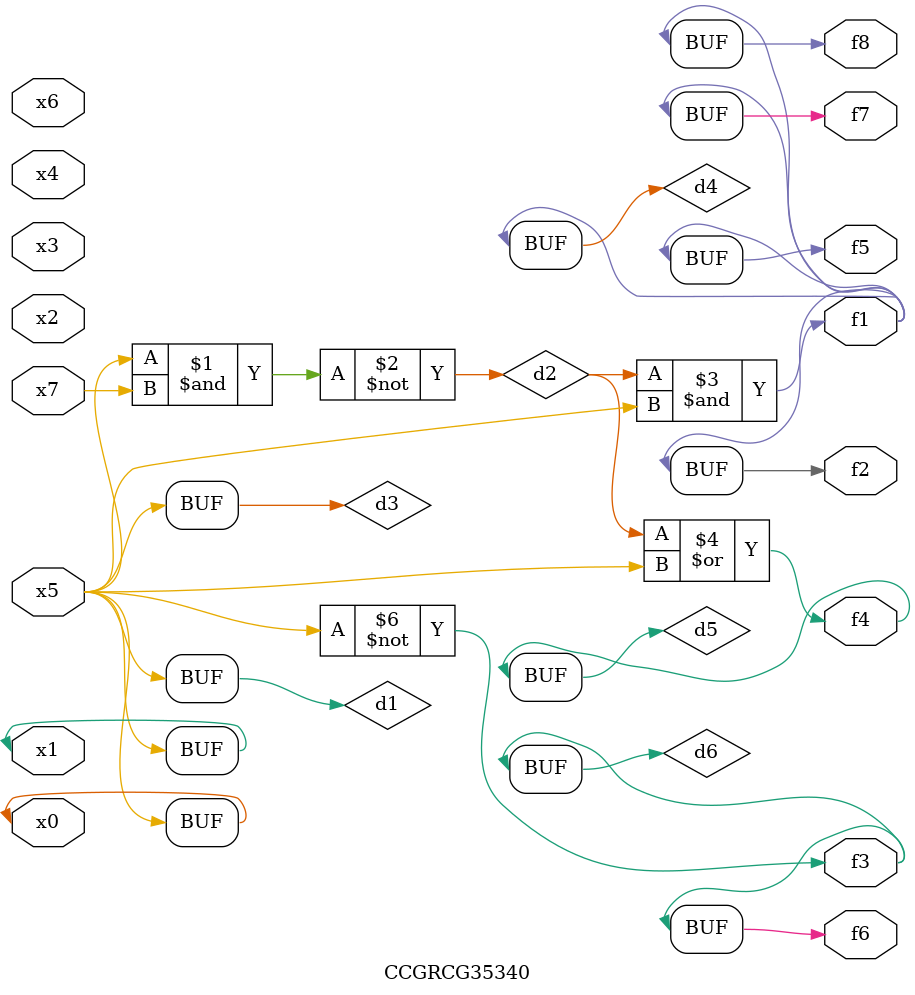
<source format=v>
module CCGRCG35340(
	input x0, x1, x2, x3, x4, x5, x6, x7,
	output f1, f2, f3, f4, f5, f6, f7, f8
);

	wire d1, d2, d3, d4, d5, d6;

	buf (d1, x0, x5);
	nand (d2, x5, x7);
	buf (d3, x0, x1);
	and (d4, d2, d3);
	or (d5, d2, d3);
	nor (d6, d1, d3);
	assign f1 = d4;
	assign f2 = d4;
	assign f3 = d6;
	assign f4 = d5;
	assign f5 = d4;
	assign f6 = d6;
	assign f7 = d4;
	assign f8 = d4;
endmodule

</source>
